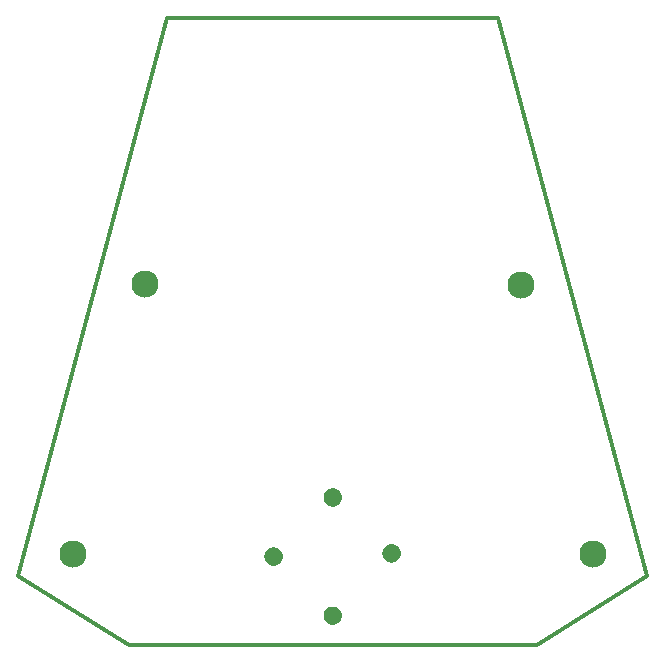
<source format=gts>
%TF.GenerationSoftware,KiCad,Pcbnew,(6.0.6)*%
%TF.CreationDate,2022-07-10T10:04:30+09:00*%
%TF.ProjectId,nowt_promicro_plate_B,6e6f7774-5f70-4726-9f6d-6963726f5f70,rev?*%
%TF.SameCoordinates,Original*%
%TF.FileFunction,Soldermask,Top*%
%TF.FilePolarity,Negative*%
%FSLAX46Y46*%
G04 Gerber Fmt 4.6, Leading zero omitted, Abs format (unit mm)*
G04 Created by KiCad (PCBNEW (6.0.6)) date 2022-07-10 10:04:30*
%MOMM*%
%LPD*%
G01*
G04 APERTURE LIST*
%TA.AperFunction,Profile*%
%ADD10C,0.349999*%
%TD*%
%ADD11C,1.200000*%
%ADD12C,2.300000*%
G04 APERTURE END LIST*
D10*
X42960000Y-56760000D02*
X42985871Y-56746749D01*
X42985871Y-56746749D02*
X43010997Y-56732302D01*
X47090223Y-60863932D02*
X47086407Y-60893959D01*
X47086407Y-60893959D02*
X47084090Y-60924430D01*
X47102199Y-60805357D02*
X47095499Y-60834385D01*
X47095499Y-60834385D02*
X47090223Y-60863932D01*
X37690275Y-61819159D02*
X37721151Y-61818378D01*
X37721151Y-61818378D02*
X37751622Y-61816061D01*
X48196445Y-61266425D02*
X48210893Y-61241299D01*
X48210893Y-61241299D02*
X48224143Y-61215428D01*
X37840225Y-60638052D02*
X37811196Y-60631352D01*
X37811196Y-60631352D02*
X37781649Y-60626075D01*
X37598902Y-60626075D02*
X37569355Y-60631352D01*
X48164111Y-61314293D02*
X48180839Y-61290769D01*
X48180839Y-61290769D02*
X48196445Y-61266425D01*
X42102972Y-56280514D02*
X42106788Y-56310541D01*
X42106788Y-56310541D02*
X42112064Y-56340088D01*
X37540326Y-60638052D02*
X37511854Y-60646137D01*
X43292962Y-66127779D02*
X43287685Y-66098233D01*
X43287685Y-66098233D02*
X43280986Y-66069205D01*
X42413879Y-65691571D02*
X42388753Y-65706019D01*
X42388753Y-65706019D02*
X42364409Y-65721625D01*
X43227459Y-66505146D02*
X43240709Y-66479276D01*
X43240709Y-66479276D02*
X43252724Y-66452698D01*
X37308620Y-60756173D02*
X37286849Y-60775031D01*
X48224143Y-61215428D02*
X48236159Y-61188851D01*
X48236159Y-61188851D02*
X48246902Y-61161604D01*
X48107573Y-60531043D02*
X48086735Y-60511176D01*
X48086735Y-60511176D02*
X48064965Y-60492318D01*
X48246902Y-61161604D02*
X48256335Y-61133726D01*
X48256335Y-61133726D02*
X48264420Y-61105253D01*
X37483976Y-60655570D02*
X37456729Y-60666313D01*
X43081531Y-66682140D02*
X43103302Y-66663282D01*
X43103302Y-66663282D02*
X43124139Y-66643415D01*
X43280986Y-66069205D02*
X43272901Y-66040732D01*
X43272901Y-66040732D02*
X43263467Y-66012854D01*
X42388753Y-66732287D02*
X42413879Y-66746734D01*
X42413879Y-66746734D02*
X42439750Y-66759984D01*
X37331286Y-60738361D02*
X37308620Y-60756173D01*
X37126683Y-61425459D02*
X37137426Y-61452706D01*
X42275611Y-65794891D02*
X42255744Y-65815728D01*
X42255744Y-65815728D02*
X42236885Y-65837499D01*
X43272901Y-66397573D02*
X43280986Y-66369101D01*
X43280986Y-66369101D02*
X43287685Y-66340073D01*
X43162864Y-66600806D02*
X43180677Y-66578140D01*
X43180677Y-66578140D02*
X43197405Y-66554616D01*
X37690275Y-60619162D02*
X37659399Y-60619943D01*
X43287685Y-66340073D02*
X43292962Y-66310526D01*
X43292962Y-66310526D02*
X43296778Y-66280499D01*
X42102972Y-66157807D02*
X42100655Y-66188277D01*
X42100655Y-66188277D02*
X42099875Y-66219153D01*
X37404280Y-60691579D02*
X37379154Y-60706026D01*
X37117250Y-61397581D02*
X37126683Y-61425459D01*
X42126849Y-66040732D02*
X42118764Y-66069205D01*
X42118764Y-66069205D02*
X42112064Y-66098233D01*
X38217859Y-60933167D02*
X38203412Y-60908040D01*
X42761222Y-66816053D02*
X42791249Y-66812238D01*
X42791249Y-66812238D02*
X42820796Y-66806961D01*
X42159041Y-66479276D02*
X42172291Y-66505146D01*
X42172291Y-66505146D02*
X42186739Y-66530273D01*
X37896576Y-60655570D02*
X37868697Y-60646137D01*
X43144006Y-65815728D02*
X43124139Y-65794891D01*
X43124139Y-65794891D02*
X43103302Y-65775024D01*
X42118764Y-56069220D02*
X42112064Y-56098248D01*
X42112064Y-56098248D02*
X42106788Y-56127795D01*
X43124139Y-66643415D02*
X43144006Y-66622577D01*
X43144006Y-66622577D02*
X43162864Y-66600806D01*
X37137426Y-61452706D02*
X37149442Y-61479283D01*
X69351120Y-62855536D02*
X69351120Y-62855536D01*
X42960000Y-65678321D02*
X42933422Y-65666305D01*
X42933422Y-65666305D02*
X42906175Y-65655562D01*
X42878297Y-66792176D02*
X42906175Y-66782743D01*
X42906175Y-66782743D02*
X42933422Y-66772000D01*
X38283362Y-61127787D02*
X38278086Y-61098240D01*
X42340885Y-66699952D02*
X42364409Y-66716680D01*
X42364409Y-66716680D02*
X42388753Y-66732287D01*
X37177139Y-61530280D02*
X37192746Y-61554624D01*
X43299875Y-66219153D02*
X43299875Y-66219153D01*
X43299875Y-66219153D02*
X43299875Y-66219153D01*
X37721151Y-60619943D02*
X37690275Y-60619162D01*
X37430151Y-60678329D02*
X37404280Y-60691579D01*
X42136282Y-66425451D02*
X42147026Y-66452698D01*
X42147026Y-66452698D02*
X42159041Y-66479276D01*
X37266012Y-60794898D02*
X37246145Y-60815736D01*
X48236159Y-60721760D02*
X48224143Y-60695182D01*
X48224143Y-60695182D02*
X48210893Y-60669312D01*
X42219073Y-66578140D02*
X42236885Y-66600806D01*
X42236885Y-66600806D02*
X42255744Y-66622577D01*
X48210893Y-60669312D02*
X48196445Y-60644185D01*
X48196445Y-60644185D02*
X48180839Y-60619842D01*
X37246145Y-60815736D02*
X37227286Y-60837507D01*
X42364409Y-65721625D02*
X42340885Y-65738353D01*
X42340885Y-65738353D02*
X42318219Y-65756165D01*
X42296448Y-66663282D02*
X42318219Y-66682140D01*
X42318219Y-66682140D02*
X42340885Y-66699952D01*
X37286849Y-60775031D02*
X37266012Y-60794898D01*
X42820796Y-66806961D02*
X42849824Y-66800261D01*
X42849824Y-66800261D02*
X42878297Y-66792176D01*
X48280212Y-60893959D02*
X48276397Y-60863932D01*
X48276397Y-60863932D02*
X48271120Y-60834385D01*
X48271120Y-60834385D02*
X48264420Y-60805357D01*
X48264420Y-60805357D02*
X48256335Y-60776885D01*
X48180839Y-60619842D02*
X48164111Y-60596318D01*
X48164111Y-60596318D02*
X48146298Y-60573652D01*
X48256335Y-60776885D02*
X48246902Y-60749007D01*
X48246902Y-60749007D02*
X48236159Y-60721760D01*
X48283310Y-60955305D02*
X48282529Y-60924430D01*
X48282529Y-60924430D02*
X48280212Y-60893959D01*
X42318219Y-65756165D02*
X42296448Y-65775024D01*
X42296448Y-65775024D02*
X42275611Y-65794891D01*
X42099875Y-66219153D02*
X42099875Y-66219153D01*
X42099875Y-66219153D02*
X42100655Y-66250028D01*
X37781649Y-60626075D02*
X37751622Y-60622260D01*
X48146298Y-60573652D02*
X48127440Y-60551881D01*
X48127440Y-60551881D02*
X48107573Y-60531043D01*
X42100655Y-66250028D02*
X42102972Y-66280499D01*
X42102972Y-66280499D02*
X42106788Y-66310526D01*
X47119717Y-60749007D02*
X47110284Y-60776885D01*
X47110284Y-60776885D02*
X47102199Y-60805357D01*
X42820796Y-55631359D02*
X42791249Y-55626083D01*
X42791249Y-55626083D02*
X42761222Y-55622267D01*
X38217859Y-61505154D02*
X38231109Y-61479283D01*
X38231109Y-61479283D02*
X38243125Y-61452706D01*
X37811196Y-61806969D02*
X37840225Y-61800269D01*
X37840225Y-61800269D02*
X37868697Y-61792184D01*
X42985871Y-55691587D02*
X42960000Y-55678336D01*
X42960000Y-55678336D02*
X42933422Y-55666321D01*
X42099875Y-56219168D02*
X42100655Y-56250044D01*
X42100655Y-56250044D02*
X42102972Y-56280514D01*
X37093373Y-61157814D02*
X37091056Y-61188285D01*
X37091056Y-61250036D02*
X37093373Y-61280506D01*
X37540326Y-61800269D02*
X37569355Y-61806969D01*
X37569355Y-61806969D02*
X37598902Y-61812245D01*
X38231109Y-60959037D02*
X38217859Y-60933167D01*
X43081531Y-55756181D02*
X43058865Y-55738369D01*
X43058865Y-55738369D02*
X43035341Y-55721640D01*
X42699875Y-15610083D02*
X28708011Y-15610083D01*
X42549925Y-55638059D02*
X42521453Y-55646144D01*
X42521453Y-55646144D02*
X42493575Y-55655577D01*
X47083309Y-60955305D02*
X47084090Y-60986181D01*
X47084090Y-60986181D02*
X47086407Y-61016651D01*
X48283310Y-60955305D02*
X48283310Y-60955305D01*
X38203412Y-60908040D02*
X38187805Y-60883697D01*
X38153265Y-60837507D02*
X38134407Y-60815736D01*
X56691738Y-15610083D02*
X42699875Y-15610083D01*
X37868697Y-61792184D02*
X37896576Y-61782751D01*
X37896576Y-61782751D02*
X37923823Y-61772008D01*
X37109165Y-61069212D02*
X37102465Y-61098240D01*
X37102465Y-61340080D02*
X37109165Y-61369108D01*
X42730751Y-65619935D02*
X42699875Y-65619154D01*
X42699875Y-65619154D02*
X42699875Y-65619154D01*
X43058865Y-56699967D02*
X43081531Y-56682155D01*
X43081531Y-56682155D02*
X43103302Y-56663297D01*
X37192746Y-60883697D02*
X37177139Y-60908040D01*
X37126683Y-61012862D02*
X37117250Y-61040740D01*
X43252724Y-55985622D02*
X43240709Y-55959045D01*
X43240709Y-55959045D02*
X43227459Y-55933174D01*
X42126849Y-56397588D02*
X42136282Y-56425467D01*
X42136282Y-56425467D02*
X42147026Y-56452713D01*
X42255744Y-55815743D02*
X42236885Y-55837514D01*
X42236885Y-55837514D02*
X42219073Y-55860180D01*
X43058865Y-65738353D02*
X43035341Y-65721625D01*
X43035341Y-65721625D02*
X43010997Y-65706019D01*
X42668999Y-66818370D02*
X42699875Y-66819151D01*
X42699875Y-66819151D02*
X42699875Y-66819151D01*
X38153265Y-61600814D02*
X38171077Y-61578148D01*
X38171077Y-61578148D02*
X38187805Y-61554624D01*
X42699875Y-15610083D02*
X42699875Y-15610083D01*
X28708011Y-15610083D02*
X16048630Y-62855536D01*
X42147026Y-65985607D02*
X42136282Y-66012854D01*
X42136282Y-66012854D02*
X42126849Y-66040732D01*
X38290276Y-61219160D02*
X38290276Y-61219160D01*
X38290276Y-61219160D02*
X38290276Y-61219160D01*
X42364409Y-56716695D02*
X42388753Y-56732302D01*
X42388753Y-56732302D02*
X42413879Y-56746749D01*
X42255744Y-66622577D02*
X42275611Y-66643415D01*
X42275611Y-66643415D02*
X42296448Y-66663282D01*
X42186739Y-66530273D02*
X42202345Y-66554616D01*
X42202345Y-66554616D02*
X42219073Y-66578140D01*
X38278086Y-61340080D02*
X38283362Y-61310534D01*
X38283362Y-61310534D02*
X38287178Y-61280506D01*
X42202345Y-65883689D02*
X42186739Y-65908033D01*
X42186739Y-65908033D02*
X42172291Y-65933159D01*
X43296778Y-56157822D02*
X43292962Y-56127795D01*
X43292962Y-56127795D02*
X43287685Y-56098248D01*
X37483976Y-61782751D02*
X37511854Y-61792184D01*
X37659399Y-60619943D02*
X37628929Y-60622260D01*
X42388753Y-55706034D02*
X42364409Y-55721640D01*
X42364409Y-55721640D02*
X42340885Y-55738369D01*
X38025741Y-60721633D02*
X38001397Y-60706026D01*
X38049265Y-60738361D02*
X38025741Y-60721633D01*
X38187805Y-60883697D02*
X38171077Y-60860173D01*
X16048630Y-62855536D02*
X25432392Y-68719160D01*
X16048630Y-62855536D02*
X16048630Y-62855536D01*
X38253868Y-61012862D02*
X38243125Y-60985615D01*
X37102465Y-61098240D02*
X37097188Y-61127787D01*
X42136282Y-56012869D02*
X42126849Y-56040748D01*
X42126849Y-56040748D02*
X42118764Y-56069220D01*
X38278086Y-61098240D02*
X38271386Y-61069212D01*
X42236885Y-65837499D02*
X42219073Y-65860165D01*
X42219073Y-65860165D02*
X42202345Y-65883689D01*
X37209474Y-61578148D02*
X37227286Y-61600814D01*
X48282529Y-60986181D02*
X48283310Y-60955305D01*
X48283310Y-60955305D02*
X48283310Y-60955305D01*
X48264420Y-61105253D02*
X48271120Y-61076225D01*
X48271120Y-61076225D02*
X48276397Y-61046679D01*
X48276397Y-61046679D02*
X48280212Y-61016651D01*
X48280212Y-61016651D02*
X48282529Y-60986181D01*
X47301653Y-61418292D02*
X47324319Y-61436105D01*
X47324319Y-61436105D02*
X47347843Y-61452833D01*
X42521453Y-65646129D02*
X42493575Y-65655562D01*
X42493575Y-65655562D02*
X42466328Y-65666305D01*
X47220320Y-61336959D02*
X47239178Y-61358730D01*
X47239178Y-61358730D02*
X47259045Y-61379567D01*
X47259045Y-61379567D02*
X47279883Y-61399434D01*
X47279883Y-61399434D02*
X47301653Y-61418292D01*
X37456729Y-60666313D02*
X37430151Y-60678329D01*
X47347843Y-61452833D02*
X47372187Y-61468439D01*
X47372187Y-61468439D02*
X47397313Y-61482887D01*
X47397313Y-61482887D02*
X47423184Y-61496137D01*
X47423184Y-61496137D02*
X47449761Y-61508153D01*
X37690275Y-60619162D02*
X37690275Y-60619162D01*
X47449761Y-61508153D02*
X47477008Y-61518896D01*
X47477008Y-61518896D02*
X47504887Y-61528329D01*
X47504887Y-61528329D02*
X47533359Y-61536414D01*
X47533359Y-61536414D02*
X47562387Y-61543114D01*
X47562387Y-61543114D02*
X47591934Y-61548390D01*
X47591934Y-61548390D02*
X47621961Y-61552206D01*
X47621961Y-61552206D02*
X47652432Y-61554523D01*
X47652432Y-61554523D02*
X47683308Y-61555304D01*
X47683308Y-61555304D02*
X47683308Y-61555304D01*
X47683308Y-61555304D02*
X47714184Y-61554523D01*
X47714184Y-61554523D02*
X47744654Y-61552206D01*
X47744654Y-61552206D02*
X47774682Y-61548390D01*
X47774682Y-61548390D02*
X47804229Y-61543114D01*
X47804229Y-61543114D02*
X47833257Y-61536414D01*
X47833257Y-61536414D02*
X47861730Y-61528329D01*
X47861730Y-61528329D02*
X47889608Y-61518896D01*
X37308620Y-61682147D02*
X37331286Y-61699960D01*
X37286849Y-61663289D02*
X37308620Y-61682147D01*
X48086735Y-61399434D02*
X48107573Y-61379567D01*
X48107573Y-61379567D02*
X48127440Y-61358730D01*
X48042298Y-61436105D02*
X48064965Y-61418292D01*
X48064965Y-61418292D02*
X48086735Y-61399434D01*
X47994430Y-61468439D02*
X48018774Y-61452833D01*
X48018774Y-61452833D02*
X48042298Y-61436105D01*
X47943433Y-61496137D02*
X47969304Y-61482887D01*
X47969304Y-61482887D02*
X47994430Y-61468439D01*
X37628929Y-60622260D02*
X37598902Y-60626075D01*
X47889608Y-61518896D02*
X47916855Y-61508153D01*
X47916855Y-61508153D02*
X47943433Y-61496137D01*
X48127440Y-61358730D02*
X48146298Y-61336959D01*
X48146298Y-61336959D02*
X48164111Y-61314293D01*
X38114540Y-60794898D02*
X38093702Y-60775031D01*
X42106788Y-66310526D02*
X42112064Y-66340073D01*
X42112064Y-66340073D02*
X42118764Y-66369101D01*
X56691738Y-15610083D02*
X56691738Y-15610083D01*
X42439750Y-66759984D02*
X42466328Y-66772000D01*
X42466328Y-66772000D02*
X42493575Y-66782743D01*
X42275611Y-56643430D02*
X42296448Y-56663297D01*
X42296448Y-56663297D02*
X42318219Y-56682155D01*
X37569355Y-60631352D02*
X37540326Y-60638052D01*
X42118764Y-66369101D02*
X42126849Y-66397573D01*
X42126849Y-66397573D02*
X42136282Y-66425451D01*
X37751622Y-60622260D02*
X37721151Y-60619943D01*
X25432392Y-68719160D02*
X25432392Y-68719160D01*
X37379154Y-60706026D02*
X37354810Y-60721633D01*
X38243125Y-60985615D02*
X38231109Y-60959037D01*
X59967358Y-68719160D02*
X59967358Y-68719160D01*
X38025741Y-61716688D02*
X38049265Y-61699960D01*
X38049265Y-61699960D02*
X38071931Y-61682147D01*
X38263301Y-61040740D02*
X38253868Y-61012862D01*
X38001397Y-60706026D02*
X37976271Y-60691579D01*
X69351120Y-62855536D02*
X56691738Y-15610083D01*
X37177139Y-60908040D02*
X37162692Y-60933167D01*
X37090275Y-61219160D02*
X37091056Y-61250036D01*
X37923823Y-60666313D02*
X37896576Y-60655570D01*
X38071931Y-60756173D02*
X38049265Y-60738361D01*
X37227286Y-60837507D02*
X37209474Y-60860173D01*
X37162692Y-60933167D02*
X37149442Y-60959037D01*
X37149442Y-60959037D02*
X37137426Y-60985615D01*
X37117250Y-61040740D02*
X37109165Y-61069212D01*
X37209474Y-60860173D02*
X37192746Y-60883697D01*
X38093702Y-60775031D02*
X38071931Y-60756173D01*
X37868697Y-60646137D02*
X37840225Y-60638052D01*
X42318219Y-56682155D02*
X42340885Y-56699967D01*
X42340885Y-56699967D02*
X42364409Y-56716695D01*
X42668999Y-55619950D02*
X42638528Y-55622267D01*
X42638528Y-55622267D02*
X42608501Y-55626083D01*
X43296778Y-66280499D02*
X43299095Y-66250028D01*
X43299095Y-66250028D02*
X43299875Y-66219153D01*
X42638528Y-56816069D02*
X42668999Y-56818386D01*
X42668999Y-56818386D02*
X42699875Y-56819166D01*
X37354810Y-61716688D02*
X37379154Y-61732294D01*
X42439750Y-55678336D02*
X42413879Y-55691587D01*
X42413879Y-55691587D02*
X42388753Y-55706034D01*
X37976271Y-61746742D02*
X38001397Y-61732294D01*
X38001397Y-61732294D02*
X38025741Y-61716688D01*
X47916855Y-60402458D02*
X47889608Y-60391715D01*
X47889608Y-60391715D02*
X47861730Y-60382282D01*
X47591934Y-60362220D02*
X47562387Y-60367497D01*
X47562387Y-60367497D02*
X47533359Y-60374197D01*
X37192746Y-61554624D02*
X37209474Y-61578148D01*
X42172291Y-65933159D02*
X42159041Y-65959030D01*
X42159041Y-65959030D02*
X42147026Y-65985607D01*
X47423184Y-60414474D02*
X47397313Y-60427724D01*
X47397313Y-60427724D02*
X47372187Y-60442171D01*
X37091056Y-61188285D02*
X37090275Y-61219160D01*
X42296448Y-55775039D02*
X42275611Y-55794906D01*
X42275611Y-55794906D02*
X42255744Y-55815743D01*
X43263467Y-56425467D02*
X43272901Y-56397588D01*
X43272901Y-56397588D02*
X43280986Y-56369116D01*
X42985871Y-66746734D02*
X43010997Y-66732287D01*
X43010997Y-66732287D02*
X43035341Y-66716680D01*
X42159041Y-55959045D02*
X42147026Y-55985622D01*
X42147026Y-55985622D02*
X42136282Y-56012869D01*
X47279883Y-60511176D02*
X47259045Y-60531043D01*
X47259045Y-60531043D02*
X47239178Y-60551881D01*
X42112064Y-56340088D02*
X42118764Y-56369116D01*
X42118764Y-56369116D02*
X42126849Y-56397588D01*
X47239178Y-60551881D02*
X47220320Y-60573652D01*
X47220320Y-60573652D02*
X47202508Y-60596318D01*
X47202508Y-60596318D02*
X47185780Y-60619842D01*
X47185780Y-60619842D02*
X47170173Y-60644185D01*
X43103302Y-65775024D02*
X43081531Y-65756165D01*
X43081531Y-65756165D02*
X43058865Y-65738353D01*
X37751622Y-61816061D02*
X37781649Y-61812245D01*
X37781649Y-61812245D02*
X37811196Y-61806969D01*
X37659399Y-61818378D02*
X37690275Y-61819159D01*
X37690275Y-61819159D02*
X37690275Y-61819159D01*
X47652432Y-60356088D02*
X47621961Y-60358405D01*
X47621961Y-60358405D02*
X47591934Y-60362220D01*
X43180677Y-56578155D02*
X43197405Y-56554632D01*
X43197405Y-56554632D02*
X43213011Y-56530288D01*
X43299875Y-56219168D02*
X43299095Y-56188292D01*
X43299095Y-56188292D02*
X43296778Y-56157822D01*
X42791249Y-65626068D02*
X42761222Y-65622252D01*
X42761222Y-65622252D02*
X42730751Y-65619935D01*
X47170173Y-60644185D02*
X47155726Y-60669312D01*
X47155726Y-60669312D02*
X47142476Y-60695182D01*
X43299095Y-66188277D02*
X43296778Y-66157807D01*
X43296778Y-66157807D02*
X43292962Y-66127779D01*
X47477008Y-60391715D02*
X47449761Y-60402458D01*
X47449761Y-60402458D02*
X47423184Y-60414474D01*
X42219073Y-55860180D02*
X42202345Y-55883704D01*
X42202345Y-55883704D02*
X42186739Y-55908048D01*
X38287178Y-61280506D02*
X38289495Y-61250036D01*
X38289495Y-61250036D02*
X38290276Y-61219160D01*
X47142476Y-60695182D02*
X47130460Y-60721760D01*
X47130460Y-60721760D02*
X47119717Y-60749007D01*
X43010997Y-65706019D02*
X42985871Y-65691571D01*
X42985871Y-65691571D02*
X42960000Y-65678321D01*
X47110284Y-61133726D02*
X47119717Y-61161604D01*
X47119717Y-61161604D02*
X47130460Y-61188851D01*
X43287685Y-56098248D02*
X43280986Y-56069220D01*
X43280986Y-56069220D02*
X43272901Y-56040748D01*
X43240709Y-56479291D02*
X43252724Y-56452713D01*
X43252724Y-56452713D02*
X43263467Y-56425467D01*
X38290276Y-61219160D02*
X38289495Y-61188285D01*
X42186739Y-55908048D02*
X42172291Y-55933174D01*
X42172291Y-55933174D02*
X42159041Y-55959045D01*
X37598902Y-61812245D02*
X37628929Y-61816061D01*
X37628929Y-61816061D02*
X37659399Y-61818378D01*
X38171077Y-60860173D02*
X38153265Y-60837507D01*
X42699875Y-55619169D02*
X42699875Y-55619169D01*
X42699875Y-55619169D02*
X42668999Y-55619950D01*
X43280986Y-56369116D02*
X43287685Y-56340088D01*
X43287685Y-56340088D02*
X43292962Y-56310541D01*
X43180677Y-65860165D02*
X43162864Y-65837499D01*
X43162864Y-65837499D02*
X43144006Y-65815728D01*
X42340885Y-55738369D02*
X42318219Y-55756181D01*
X42318219Y-55756181D02*
X42296448Y-55775039D01*
X42172291Y-56505162D02*
X42186739Y-56530288D01*
X42186739Y-56530288D02*
X42202345Y-56554632D01*
X42761222Y-55622267D02*
X42730751Y-55619950D01*
X42730751Y-55619950D02*
X42699875Y-55619169D01*
X42578954Y-65631344D02*
X42549925Y-65638044D01*
X42549925Y-65638044D02*
X42521453Y-65646129D01*
X42608501Y-66812238D02*
X42638528Y-66816053D01*
X42638528Y-66816053D02*
X42668999Y-66818370D01*
X42638528Y-65622252D02*
X42608501Y-65626068D01*
X42608501Y-65626068D02*
X42578954Y-65631344D01*
X47372187Y-60442171D02*
X47347843Y-60457778D01*
X47347843Y-60457778D02*
X47324319Y-60474506D01*
X37093373Y-61280506D02*
X37097188Y-61310534D01*
X38071931Y-61682147D02*
X38093702Y-61663289D01*
X38093702Y-61663289D02*
X38114540Y-61643422D01*
X42933422Y-66772000D02*
X42960000Y-66759984D01*
X42960000Y-66759984D02*
X42985871Y-66746734D01*
X43162864Y-55837514D02*
X43144006Y-55815743D01*
X43144006Y-55815743D02*
X43124139Y-55794906D01*
X43299095Y-56250044D02*
X43299875Y-56219168D01*
X43299875Y-56219168D02*
X43299875Y-56219168D01*
X47744654Y-60358405D02*
X47714184Y-60356088D01*
X47714184Y-60356088D02*
X47683308Y-60355307D01*
X47185780Y-61290769D02*
X47202508Y-61314293D01*
X47202508Y-61314293D02*
X47220320Y-61336959D01*
X37923823Y-61772008D02*
X37950400Y-61759992D01*
X37950400Y-61759992D02*
X37976271Y-61746742D01*
X47533359Y-60374197D02*
X47504887Y-60382282D01*
X47504887Y-60382282D02*
X47477008Y-60391715D01*
X38243125Y-61452706D02*
X38253868Y-61425459D01*
X38253868Y-61425459D02*
X38263301Y-61397581D01*
X42112064Y-66098233D02*
X42106788Y-66127779D01*
X42106788Y-66127779D02*
X42102972Y-66157807D01*
X43299875Y-56219168D02*
X43299875Y-56219168D01*
X43299875Y-66219153D02*
X43299095Y-66188277D01*
X47324319Y-60474506D02*
X47301653Y-60492318D01*
X47301653Y-60492318D02*
X47279883Y-60511176D01*
X38271386Y-61069212D02*
X38263301Y-61040740D01*
X47683308Y-60355307D02*
X47683308Y-60355307D01*
X47683308Y-60355307D02*
X47652432Y-60356088D01*
X43035341Y-66716680D02*
X43058865Y-66699952D01*
X43058865Y-66699952D02*
X43081531Y-66682140D01*
X47861730Y-60382282D02*
X47833257Y-60374197D01*
X47833257Y-60374197D02*
X47804229Y-60367497D01*
X43213011Y-56530288D02*
X43227459Y-56505162D01*
X43227459Y-56505162D02*
X43240709Y-56479291D01*
X38289495Y-61188285D02*
X38287178Y-61157814D01*
X42236885Y-56600822D02*
X42255744Y-56622592D01*
X42255744Y-56622592D02*
X42275611Y-56643430D01*
X42699875Y-56819166D02*
X42699875Y-56819166D01*
X42699875Y-56819166D02*
X42730751Y-56818386D01*
X42493575Y-55655577D02*
X42466328Y-55666321D01*
X42466328Y-55666321D02*
X42439750Y-55678336D01*
X59967358Y-68719160D02*
X69351120Y-62855536D01*
X42100655Y-56188292D02*
X42099875Y-56219168D01*
X42099875Y-56219168D02*
X42099875Y-56219168D01*
X42466328Y-65666305D02*
X42439750Y-65678321D01*
X42439750Y-65678321D02*
X42413879Y-65691571D01*
X37379154Y-61732294D02*
X37404280Y-61746742D01*
X37354810Y-60721633D02*
X37331286Y-60738361D01*
X47804229Y-60367497D02*
X47774682Y-60362220D01*
X47774682Y-60362220D02*
X47744654Y-60358405D01*
X43292962Y-56310541D02*
X43296778Y-56280514D01*
X43296778Y-56280514D02*
X43299095Y-56250044D01*
X42699875Y-65619154D02*
X42668999Y-65619935D01*
X42668999Y-65619935D02*
X42638528Y-65622252D01*
X43252724Y-66452698D02*
X43263467Y-66425451D01*
X43263467Y-66425451D02*
X43272901Y-66397573D01*
X43197405Y-66554616D02*
X43213011Y-66530273D01*
X43213011Y-66530273D02*
X43227459Y-66505146D01*
X37090275Y-61219160D02*
X37090275Y-61219160D01*
X42202345Y-56554632D02*
X42219073Y-56578155D01*
X42219073Y-56578155D02*
X42236885Y-56600822D01*
X37137426Y-60985615D02*
X37126683Y-61012862D01*
X43272901Y-56040748D02*
X43263467Y-56012869D01*
X43263467Y-56012869D02*
X43252724Y-55985622D01*
X37511854Y-60646137D02*
X37483976Y-60655570D01*
X42699875Y-68719160D02*
X42699875Y-68719160D01*
X37976271Y-60691579D02*
X37950400Y-60678329D01*
X25432392Y-68719160D02*
X42699875Y-68719160D01*
X42906175Y-65655562D02*
X42878297Y-65646129D01*
X42878297Y-65646129D02*
X42849824Y-65638044D01*
X42493575Y-66782743D02*
X42521453Y-66792176D01*
X42521453Y-66792176D02*
X42549925Y-66800261D01*
X42549925Y-66800261D02*
X42578954Y-66806961D01*
X42578954Y-66806961D02*
X42608501Y-66812238D01*
X42849824Y-65638044D02*
X42820796Y-65631344D01*
X42820796Y-65631344D02*
X42791249Y-65626068D01*
X42730751Y-56818386D02*
X42761222Y-56816069D01*
X42761222Y-56816069D02*
X42791249Y-56812253D01*
X42608501Y-55626083D02*
X42578954Y-55631359D01*
X42578954Y-55631359D02*
X42549925Y-55638059D01*
X37266012Y-61643422D02*
X37286849Y-61663289D01*
X43227459Y-55933174D02*
X43213011Y-55908048D01*
X43213011Y-55908048D02*
X43197405Y-55883704D01*
X37404280Y-61746742D02*
X37430151Y-61759992D01*
X37149442Y-61479283D02*
X37162692Y-61505154D01*
X47969304Y-60427724D02*
X47943433Y-60414474D01*
X47943433Y-60414474D02*
X47916855Y-60402458D01*
X38287178Y-61157814D02*
X38283362Y-61127787D01*
X43035341Y-55721640D02*
X43010997Y-55706034D01*
X43010997Y-55706034D02*
X42985871Y-55691587D01*
X37109165Y-61369108D02*
X37117250Y-61397581D01*
X42699875Y-66819151D02*
X42730751Y-66818370D01*
X42730751Y-66818370D02*
X42761222Y-66816053D01*
X38187805Y-61554624D02*
X38203412Y-61530280D01*
X38203412Y-61530280D02*
X38217859Y-61505154D01*
X42413879Y-56746749D02*
X42439750Y-56760000D01*
X42439750Y-56760000D02*
X42466328Y-56772015D01*
X42466328Y-56772015D02*
X42493575Y-56782758D01*
X42493575Y-56782758D02*
X42521453Y-56792191D01*
X38263301Y-61397581D02*
X38271386Y-61369108D01*
X38271386Y-61369108D02*
X38278086Y-61340080D01*
X42147026Y-56452713D02*
X42159041Y-56479291D01*
X42159041Y-56479291D02*
X42172291Y-56505162D01*
X47086407Y-61016651D02*
X47090223Y-61046679D01*
X47090223Y-61046679D02*
X47095499Y-61076225D01*
X47095499Y-61076225D02*
X47102199Y-61105253D01*
X47102199Y-61105253D02*
X47110284Y-61133726D01*
X42699875Y-68719160D02*
X59967358Y-68719160D01*
X42878297Y-55646144D02*
X42849824Y-55638059D01*
X42849824Y-55638059D02*
X42820796Y-55631359D01*
X37331286Y-61699960D02*
X37354810Y-61716688D01*
X42106788Y-56127795D02*
X42102972Y-56157822D01*
X42102972Y-56157822D02*
X42100655Y-56188292D01*
X48064965Y-60492318D02*
X48042298Y-60474506D01*
X48042298Y-60474506D02*
X48018774Y-60457778D01*
X37097188Y-61310534D02*
X37102465Y-61340080D01*
X43144006Y-56622592D02*
X43162864Y-56600822D01*
X43162864Y-56600822D02*
X43180677Y-56578155D01*
X37430151Y-61759992D02*
X37456729Y-61772008D01*
X37456729Y-61772008D02*
X37483976Y-61782751D01*
X42791249Y-56812253D02*
X42820796Y-56806976D01*
X42820796Y-56806976D02*
X42849824Y-56800277D01*
X43213011Y-65908033D02*
X43197405Y-65883689D01*
X43197405Y-65883689D02*
X43180677Y-65860165D01*
X37227286Y-61600814D02*
X37246145Y-61622585D01*
X42578954Y-56806976D02*
X42608501Y-56812253D01*
X42608501Y-56812253D02*
X42638528Y-56816069D01*
X37246145Y-61622585D02*
X37266012Y-61643422D01*
X42849824Y-56800277D02*
X42878297Y-56792191D01*
X42878297Y-56792191D02*
X42906175Y-56782758D01*
X38134407Y-60815736D02*
X38114540Y-60794898D01*
X43240709Y-65959030D02*
X43227459Y-65933159D01*
X43227459Y-65933159D02*
X43213011Y-65908033D01*
X37511854Y-61792184D02*
X37540326Y-61800269D01*
X47130460Y-61188851D02*
X47142476Y-61215428D01*
X47142476Y-61215428D02*
X47155726Y-61241299D01*
X43124139Y-55794906D02*
X43103302Y-55775039D01*
X43103302Y-55775039D02*
X43081531Y-55756181D01*
X43197405Y-55883704D02*
X43180677Y-55860180D01*
X43180677Y-55860180D02*
X43162864Y-55837514D01*
X48018774Y-60457778D02*
X47994430Y-60442171D01*
X47994430Y-60442171D02*
X47969304Y-60427724D01*
X37162692Y-61505154D02*
X37177139Y-61530280D01*
X43010997Y-56732302D02*
X43035341Y-56716695D01*
X43035341Y-56716695D02*
X43058865Y-56699967D01*
X43103302Y-56663297D02*
X43124139Y-56643430D01*
X43124139Y-56643430D02*
X43144006Y-56622592D01*
X42906175Y-56782758D02*
X42933422Y-56772015D01*
X42933422Y-56772015D02*
X42960000Y-56760000D01*
X43263467Y-66012854D02*
X43252724Y-65985607D01*
X43252724Y-65985607D02*
X43240709Y-65959030D01*
X47084090Y-60924430D02*
X47083309Y-60955305D01*
X47083309Y-60955305D02*
X47083309Y-60955305D01*
X37950400Y-60678329D02*
X37923823Y-60666313D01*
X42521453Y-56792191D02*
X42549925Y-56800277D01*
X42549925Y-56800277D02*
X42578954Y-56806976D01*
X47155726Y-61241299D02*
X47170173Y-61266425D01*
X47170173Y-61266425D02*
X47185780Y-61290769D01*
X38114540Y-61643422D02*
X38134407Y-61622585D01*
X38134407Y-61622585D02*
X38153265Y-61600814D01*
X42933422Y-55666321D02*
X42906175Y-55655577D01*
X42906175Y-55655577D02*
X42878297Y-55646144D01*
X37097188Y-61127787D02*
X37093373Y-61157814D01*
D11*
%TO.C,Ref\u002A\u002A*%
X42700000Y-66230000D03*
%TD*%
%TO.C,Ref\u002A\u002A*%
X47680000Y-60970000D03*
%TD*%
%TO.C,Ref\u002A\u002A*%
X37690000Y-61230000D03*
%TD*%
%TO.C,Ref\u002A\u002A*%
X42700000Y-56220000D03*
%TD*%
D12*
%TO.C,REF\u002A\u002A*%
X20680000Y-61020000D03*
%TD*%
%TO.C,REF\u002A\u002A*%
X64730000Y-61000000D03*
%TD*%
%TO.C,REF\u002A\u002A*%
X58610000Y-38190000D03*
%TD*%
%TO.C,REF\u002A\u002A*%
X26820000Y-38180000D03*
%TD*%
M02*

</source>
